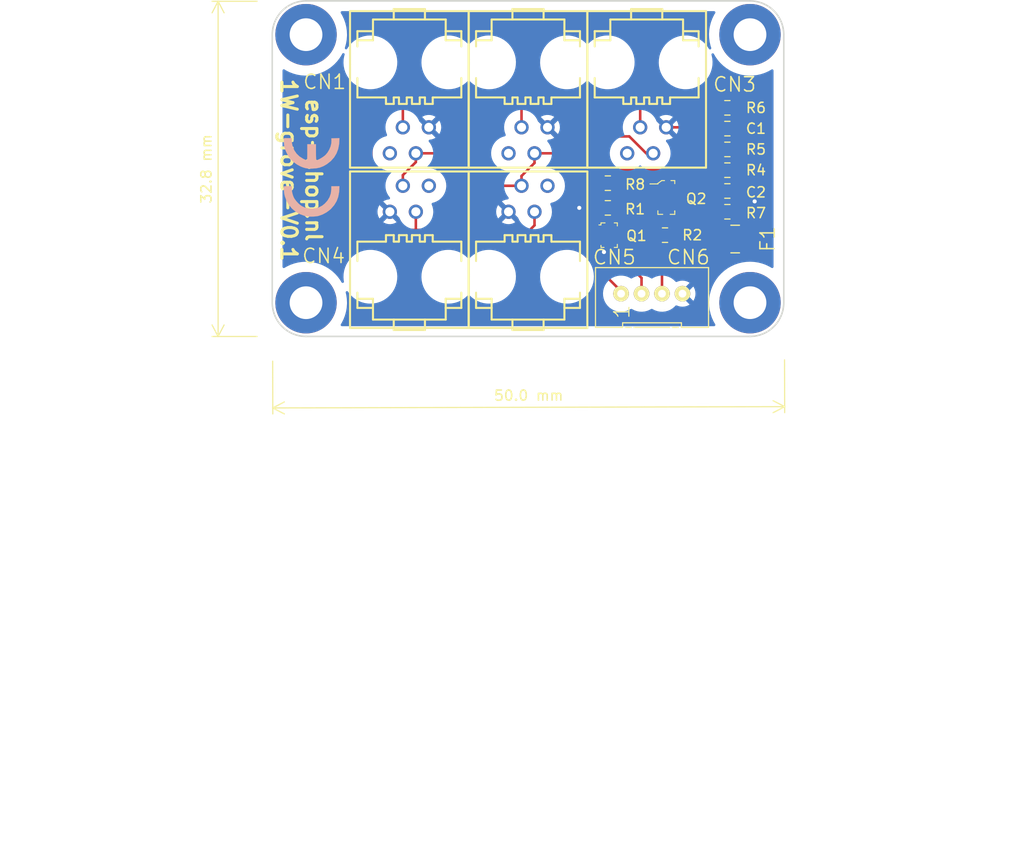
<source format=kicad_pcb>
(kicad_pcb (version 20221018) (generator pcbnew)
  (layers (0 "F.Cu" signal) (31 "B.Cu" signal) (34 "B.Paste" user) (35 "F.Paste" user) (36 "B.SilkS" user "B.Silkscreen") (37 "F.SilkS" user "F.Silkscreen") (38 "B.Mask" user) (39 "F.Mask" user) (44 "Edge.Cuts" user))
  (net 0 "")
  (net 5 "Net-(Q1-Pad3)")
  (net 6 "Net-(C1-Pad1)")
  (net 7 "Net-(C2-Pad1)")
  (net 11 "Net-(F1-Pad2)")
  (net 14 "Net-(CN2-Pad2)")
  (net 15 "Net-(CN2-Pad3)")
  (net 16 "Net-(C1-Pad2)")
  (net 17 "Net-(R4-Pad1)")
  (net 18 "Net-(Q1-Pad1)")
  (net 19 "Net-(Q2-Pad2)")
  (footprint "1w-esp32-v0.4:schroef_3.5mm" (layer "F.Cu") (at 53.3 53.3)
    (fp_text reference "U4" hide)
    (fp_text value "schroef_3.5mm" hide)
    (pad "1" thru_hole circle (at 0 0) (size 6 6) (drill 3.2) (layers "*.Cu" "*.Mask"))
  )
  (footprint "1w-esp32-v0.4:schroef_3.5mm" (layer "F.Cu") (at 53.3 79.502)
    (fp_text reference "U6" hide)
    (fp_text value "schroef_3.5mm" hide)
    (pad "1" thru_hole circle (at 0 0) (size 6 6) (drill 3.2) (layers "*.Cu" "*.Mask"))
  )
  (footprint "1w-esp32-v0.4:schroef_3.5mm" (layer "F.Cu") (at 86.75 53.3)
    (fp_text reference "U10" hide)
    (fp_text value "schroef_3.5mm" hide)
    (pad "1" thru_hole circle (at 9.95 0) (size 6 6) (drill 3.2) (layers "*.Cu" "*.Mask"))
  )
  (footprint "1w-esp32-v0.4:schroef_3.5mm" (layer "F.Cu") (at 96.774 92.858548)
    (fp_text reference "U11" hide)
    (fp_text value "schroef_3.5mm" hide)
    (pad "1" thru_hole circle (at -0.074 -13.358548) (size 6 6) (drill 3.2) (layers "*.Cu" "*.Mask"))
  )
  (footprint "1wire-v0.4:C_0805_2012Metric" (layer "F.Cu") (at 94.488 62.484 180)
    (fp_text reference "C1" (at -2.794 0) (layer "F.SilkS"))
    (fp_text value "100pF")
    (fp_line (start -0.258578 -0.71) (end 0.258578 -0.71) (stroke (width 0.12)) (layer "F.SilkS"))
    (fp_line (start -0.258578 0.71) (end 0.258578 0.71) (stroke (width 0.12)) (layer "F.SilkS"))
    (pad "1" smd roundrect (at -0.9375 0 180) (size 0.975 1.4) (layers "F.Cu" "F.Paste" "F.Mask") (net 6 "Net-(C1-Pad1)"))
    (pad "2" smd roundrect (at 0.9375 0 180) (size 0.975 1.4) (layers "F.Cu" "F.Paste" "F.Mask") (net 16 "Net-(C1-Pad2)"))
  )
  (footprint "1wire-v0.4:C_0805_2012Metric" (layer "F.Cu") (at 94.488 68.58)
    (fp_text reference "C2" (at 2.794 0.127) (layer "F.SilkS"))
    (fp_text value "100nF")
    (fp_line (start -0.258578 -0.71) (end 0.258578 -0.71) (stroke (width 0.12)) (layer "F.SilkS"))
    (fp_line (start -0.258578 0.71) (end 0.258578 0.71) (stroke (width 0.12)) (layer "F.SilkS"))
    (pad "1" smd roundrect (at -0.9375 0) (size 0.975 1.4) (layers "F.Cu" "F.Paste" "F.Mask") (net 7 "Net-(C2-Pad1)"))
    (pad "2" smd roundrect (at 0.9375 0) (size 0.975 1.4) (layers "F.Cu" "F.Paste" "F.Mask") (net 16 "Net-(C1-Pad2)"))
  )
  (footprint "1wire-v0.4:SOT-323" (layer "F.Cu") (at 82.931 72.898)
    (fp_text reference "Q1" (at 2.667 0.066) (layer "F.SilkS"))
    (fp_text value "BSS138BKW")
    (fp_line (start -0.8 -1.2) (end -0.8 -1) (stroke (width 0.1)) (layer "F.SilkS"))
    (fp_line (start -0.8 -1) (end -1 -1) (stroke (width 0.1)) (layer "F.SilkS"))
    (fp_line (start -0.8 1) (end -0.8 1.2) (stroke (width 0.1)) (layer "F.SilkS"))
    (fp_line (start -0.8 1.2) (end -0.5 1.2) (stroke (width 0.1)) (layer "F.SilkS"))
    (fp_line (start -0.4 -1.2) (end -0.8 -1.2) (stroke (width 0.1)) (layer "F.SilkS"))
    (fp_line (start 0.5 -1.2) (end 0.8 -1.2) (stroke (width 0.1)) (layer "F.SilkS"))
    (fp_line (start 0.5 1.2) (end 0.8 1.2) (stroke (width 0.1)) (layer "F.SilkS"))
    (fp_line (start 0.8 -1.2) (end 0.8 -0.9) (stroke (width 0.1)) (layer "F.SilkS"))
    (fp_line (start 0.8 1.2) (end 0.8 0.9) (stroke (width 0.1)) (layer "F.SilkS"))
    (pad "1" smd rect (at -0.925 -0.65) (size 0.55 0.6) (layers "F.Cu" "F.Paste" "F.Mask") (net 18 "Net-(Q1-Pad1)"))
    (pad "2" smd rect (at -0.925 0.65) (size 0.55 0.6) (layers "F.Cu" "F.Paste" "F.Mask") (net 16 "Net-(C1-Pad2)"))
    (pad "3" smd rect (at 0.925 0) (size 0.55 0.6) (layers "F.Cu" "F.Paste" "F.Mask") (net 5 "Net-(Q1-Pad3)"))
  )
  (footprint "1wire-v0.4:SOT-23-3" (layer "F.Cu") (at 88.519 69.215)
    (fp_text reference "Q2" (at 2.921 0.127) (layer "F.SilkS"))
    (fp_text value "NX2301P")
    (fp_line (start -0.825 -1.375) (end -0.825 -1.325) (stroke (width 0.1)) (layer "F.SilkS"))
    (fp_line (start -0.825 -1.325) (end -1.6 -1.325) (stroke (width 0.1)) (layer "F.SilkS"))
    (fp_line (start -0.825 1.65) (end -0.825 1.3) (stroke (width 0.1)) (layer "F.SilkS"))
    (fp_line (start -0.45 -1.65) (end -0.825 -1.375) (stroke (width 0.1)) (layer "F.SilkS"))
    (fp_line (start -0.35 1.65) (end -0.825 1.65) (stroke (width 0.1)) (layer "F.SilkS"))
    (fp_line (start -0.175 -1.65) (end -0.45 -1.65) (stroke (width 0.1)) (layer "F.SilkS"))
    (fp_line (start 0.45 -1.65) (end 0.825 -1.65) (stroke (width 0.1)) (layer "F.SilkS"))
    (fp_line (start 0.825 -1.65) (end 0.825 -1.35) (stroke (width 0.1)) (layer "F.SilkS"))
    (fp_line (start 0.825 1.35) (end 0.825 1.65) (stroke (width 0.1)) (layer "F.SilkS"))
    (fp_line (start 0.825 1.425) (end 0.825 1.3) (stroke (width 0.1)) (layer "F.SilkS"))
    (fp_line (start 0.825 1.65) (end 0.375 1.65) (stroke (width 0.1)) (layer "F.SilkS"))
    (pad "1" smd rect (at -1.05 -0.95) (size 1.3 0.6) (layers "F.Cu" "F.Paste" "F.Mask") (net 5 "Net-(Q1-Pad3)"))
    (pad "2" smd rect (at -1.05 0.95) (size 1.3 0.6) (layers "F.Cu" "F.Paste" "F.Mask") (net 19 "Net-(Q2-Pad2)"))
    (pad "3" smd rect (at 1.05 0) (size 1.3 0.6) (layers "F.Cu" "F.Paste" "F.Mask") (net 11 "Net-(F1-Pad2)"))
  )
  (footprint "1wire-v0.4:R_0805_2012Metric" (layer "F.Cu") (at 82.804 70.231)
    (fp_text reference "R1" (at 2.667 0.127) (layer "F.SilkS"))
    (fp_text value "10k")
    (fp_line (start -0.258578 -0.71) (end 0.258578 -0.71) (stroke (width 0.12)) (layer "F.SilkS"))
    (fp_line (start -0.258578 0.71) (end 0.258578 0.71) (stroke (width 0.12)) (layer "F.SilkS"))
    (pad "1" smd roundrect (at -0.9375 0) (size 0.975 1.4) (layers "F.Cu" "F.Paste" "F.Mask") (net 16 "Net-(C1-Pad2)"))
    (pad "2" smd roundrect (at 0.9375 0) (size 0.975 1.4) (layers "F.Cu" "F.Paste" "F.Mask") (net 18 "Net-(Q1-Pad1)"))
  )
  (footprint "1wire-v0.4:R_0805_2012Metric" (layer "F.Cu") (at 88.392 72.898)
    (fp_text reference "R2" (at 2.667 0) (layer "F.SilkS"))
    (fp_text value "10k")
    (fp_line (start -0.258578 -0.71) (end 0.258578 -0.71) (stroke (width 0.12)) (layer "F.SilkS"))
    (fp_line (start -0.258578 0.71) (end 0.258578 0.71) (stroke (width 0.12)) (layer "F.SilkS"))
    (pad "1" smd roundrect (at -0.9375 0) (size 0.975 1.4) (layers "F.Cu" "F.Paste" "F.Mask") (net 5 "Net-(Q1-Pad3)"))
    (pad "2" smd roundrect (at 0.9375 0) (size 0.975 1.4) (layers "F.Cu" "F.Paste" "F.Mask") (net 19 "Net-(Q2-Pad2)"))
  )
  (footprint "1wire-v0.4:R_0805_2012Metric" (layer "F.Cu") (at 94.488 66.548)
    (fp_text reference "R4" (at 2.794 0) (layer "F.SilkS"))
    (fp_text value "5.6k")
    (fp_line (start -0.258578 -0.71) (end 0.258578 -0.71) (stroke (width 0.12)) (layer "F.SilkS"))
    (fp_line (start -0.258578 0.71) (end 0.258578 0.71) (stroke (width 0.12)) (layer "F.SilkS"))
    (pad "1" smd roundrect (at -0.9375 0) (size 0.975 1.4) (layers "F.Cu" "F.Paste" "F.Mask") (net 17 "Net-(R4-Pad1)"))
    (pad "2" smd roundrect (at 0.9375 0) (size 0.975 1.4) (layers "F.Cu" "F.Paste" "F.Mask") (net 11 "Net-(F1-Pad2)"))
  )
  (footprint "1wire-v0.4:R_0805_2012Metric" (layer "F.Cu") (at 94.488 64.516)
    (fp_text reference "R5" (at 2.794 0) (layer "F.SilkS"))
    (fp_text value "22R")
    (fp_line (start -0.258578 -0.71) (end 0.258578 -0.71) (stroke (width 0.12)) (layer "F.SilkS"))
    (fp_line (start -0.258578 0.71) (end 0.258578 0.71) (stroke (width 0.12)) (layer "F.SilkS"))
    (pad "1" smd roundrect (at -0.9375 0) (size 0.975 1.4) (layers "F.Cu" "F.Paste" "F.Mask") (net 17 "Net-(R4-Pad1)"))
    (pad "2" smd roundrect (at 0.9375 0) (size 0.975 1.4) (layers "F.Cu" "F.Paste" "F.Mask") (net 6 "Net-(C1-Pad1)"))
  )
  (footprint "1wire-v0.4:R_0805_2012Metric" (layer "F.Cu") (at 94.488 60.452 180)
    (fp_text reference "R6" (at -2.794 0) (layer "F.SilkS"))
    (fp_text value "22R")
    (fp_line (start -0.258578 -0.71) (end 0.258578 -0.71) (stroke (width 0.12)) (layer "F.SilkS"))
    (fp_line (start -0.258578 0.71) (end 0.258578 0.71) (stroke (width 0.12)) (layer "F.SilkS"))
    (pad "1" smd roundrect (at -0.9375 0 180) (size 0.975 1.4) (layers "F.Cu" "F.Paste" "F.Mask") (net 6 "Net-(C1-Pad1)"))
    (pad "2" smd roundrect (at 0.9375 0 180) (size 0.975 1.4) (layers "F.Cu" "F.Paste" "F.Mask") (net 15 "Net-(CN2-Pad3)"))
  )
  (footprint "1wire-v0.4:R_0805_2012Metric" (layer "F.Cu") (at 82.804 67.818 180)
    (fp_text reference "R8" (at -2.667 -0.127) (layer "F.SilkS"))
    (fp_text value "22R")
    (fp_line (start -0.258578 -0.71) (end 0.258578 -0.71) (stroke (width 0.12)) (layer "F.SilkS"))
    (fp_line (start -0.258578 0.71) (end 0.258578 0.71) (stroke (width 0.12)) (layer "F.SilkS"))
    (pad "1" smd roundrect (at -0.9375 0 180) (size 0.975 1.4) (layers "F.Cu" "F.Paste" "F.Mask") (net 7 "Net-(C2-Pad1)"))
    (pad "2" smd roundrect (at 0.9375 0 180) (size 0.975 1.4) (layers "F.Cu" "F.Paste" "F.Mask") (net 14 "Net-(CN2-Pad2)"))
  )
  (footprint "1w-esp32-v0.4:rj10-v2" (layer "F.Cu") (at 75 56.896 180)
    (fp_text reference "CN2" hide)
    (fp_text value "RJ10")
    (fp_line (start -5.8 -9.4) (end -5.8 5.9) (stroke (width 0.2032)) (layer "F.SilkS"))
    (fp_line (start -5.8 5.9) (end 5.8 5.9) (stroke (width 0.2032)) (layer "F.SilkS"))
    (fp_line (start -5.08 -2.54) (end -5.08 -0.65) (stroke (width 0.2032)) (layer "F.SilkS"))
    (fp_line (start -5.08 2.45) (end -5.08 3.048) (stroke (width 0.2032)) (layer "F.SilkS"))
    (fp_line (start -5.08 3.048) (end -5.08 3.937) (stroke (width 0.2032)) (layer "F.SilkS"))
    (fp_line (start -5.08 3.048) (end -3.556 3.048) (stroke (width 0.2032)) (layer "F.SilkS"))
    (fp_line (start -5.08 3.937) (end -3.556 3.937) (stroke (width 0.2032)) (layer "F.SilkS"))
    (fp_line (start -3.556 3.048) (end -3.556 3.937) (stroke (width 0.2032)) (layer "F.SilkS"))
    (fp_line (start -3.556 3.937) (end -3.556 5.08) (stroke (width 0.2032)) (layer "F.SilkS"))
    (fp_line (start -3.556 5.08) (end -1.524 5.08) (stroke (width 0.2032)) (layer "F.SilkS"))
    (fp_line (start -2.286 -3.175) (end -2.286 -2.54) (stroke (width 0.2032)) (layer "F.SilkS"))
    (fp_line (start -2.286 -3.175) (end -1.524 -3.175) (stroke (width 0.2032)) (layer "F.SilkS"))
    (fp_line (start -2.286 -2.54) (end -5.08 -2.54) (stroke (width 0.2032)) (layer "F.SilkS"))
    (fp_line (start -1.524 -3.175) (end -1.524 -2.54) (stroke (width 0.2032)) (layer "F.SilkS"))
    (fp_line (start -1.524 5.08) (end -1.524 6.096) (stroke (width 0.2032)) (layer "F.SilkS"))
    (fp_line (start -1.524 5.08) (end 1.524 5.08) (stroke (width 0.2032)) (layer "F.SilkS"))
    (fp_line (start -1.524 6.096) (end 1.524 6.096) (stroke (width 0.2032)) (layer "F.SilkS"))
    (fp_line (start -1.016 -3.175) (end -1.016 -2.54) (stroke (width 0.2032)) (layer "F.SilkS"))
    (fp_line (start -1.016 -3.175) (end -0.254 -3.175) (stroke (width 0.2032)) (layer "F.SilkS"))
    (fp_line (start -1.016 -2.54) (end -1.524 -2.54) (stroke (width 0.2032)) (layer "F.SilkS"))
    (fp_line (start -0.254 -3.175) (end -0.254 -2.54) (stroke (width 0.2032)) (layer "F.SilkS"))
    (fp_line (start 0.254 -3.175) (end 0.254 -2.54) (stroke (width 0.2032)) (layer "F.SilkS"))
    (fp_line (start 0.254 -3.175) (end 1.016 -3.175) (stroke (width 0.2032)) (layer "F.SilkS"))
    (fp_line (start 0.254 -2.54) (end -0.254 -2.54) (stroke (width 0.2032)) (layer "F.SilkS"))
    (fp_line (start 1.016 -3.175) (end 1.016 -2.54) (stroke (width 0.2032)) (layer "F.SilkS"))
    (fp_line (start 1.524 -3.175) (end 1.524 -2.54) (stroke (width 0.2032)) (layer "F.SilkS"))
    (fp_line (start 1.524 -3.175) (end 2.286 -3.175) (stroke (width 0.2032)) (layer "F.SilkS"))
    (fp_line (start 1.524 -2.54) (end 1.016 -2.54) (stroke (width 0.2032)) (layer "F.SilkS"))
    (fp_line (start 1.524 5.08) (end 3.556 5.08) (stroke (width 0.2032)) (layer "F.SilkS"))
    (fp_line (start 1.524 6.096) (end 1.524 5.08) (stroke (width 0.2032)) (layer "F.SilkS"))
    (fp_line (start 2.286 -3.175) (end 2.286 -2.54) (stroke (width 0.2032)) (layer "F.SilkS"))
    (fp_line (start 3.556 3.048) (end 3.556 3.937) (stroke (width 0.2032)) (layer "F.SilkS"))
    (fp_line (start 3.556 3.937) (end 3.556 5.08) (stroke (width 0.2032)) (layer "F.SilkS"))
    (fp_line (start 5.08 -2.54) (end 2.286 -2.54) (stroke (width 0.2032)) (layer "F.SilkS"))
    (fp_line (start 5.08 -0.65) (end 5.08 -2.54) (stroke (width 0.2032)) (layer "F.SilkS"))
    (fp_line (start 5.08 3.048) (end 3.556 3.048) (stroke (width 0.2032)) (layer "F.SilkS"))
    (fp_line (start 5.08 3.048) (end 5.08 2.45) (stroke (width 0.2032)) (layer "F.SilkS"))
    (fp_line (start 5.08 3.937) (end 3.556 3.937) (stroke (width 0.2032)) (layer "F.SilkS"))
    (fp_line (start 5.08 3.937) (end 5.08 3.048) (stroke (width 0.2032)) (layer "F.SilkS"))
    (fp_line (start 5.8 -9.4) (end -5.8 -9.4) (stroke (width 0.2032)) (layer "F.SilkS"))
    (fp_line (start 5.8 5.9) (end 5.8 -9.4) (stroke (width 0.2032)) (layer "F.SilkS"))
    (pad "" np_thru_hole circle (at -3.81 0.889 180) (size 3.2512 3.2512) (drill 3.2512) (layers "*.Cu" "*.Mask"))
    (pad "" np_thru_hole circle (at 3.81 0.889 180) (size 3.2512 3.2512) (drill 3.2512) (layers "*.Cu" "*.Mask"))
    (pad "1" thru_hole circle (at -1.905 -5.461 180) (size 1.397 1.397) (drill 0.889) (layers "*.Cu" "*.Mask") (net 16 "Net-(C1-Pad2)"))
    (pad "2" thru_hole circle (at -0.635 -8.001 180) (size 1.397 1.397) (drill 0.889) (layers "*.Cu" "*.Mask") (net 14 "Net-(CN2-Pad2)"))
    (pad "3" thru_hole circle (at 0.635 -5.461 180) (size 1.397 1.397) (drill 0.889) (layers "*.Cu" "*.Mask") (net 15 "Net-(CN2-Pad3)"))
    (pad "4" thru_hole circle (at 1.905 -8.001 180) (size 1.397 1.397) (drill 0.889) (layers "*.Cu" "*.Mask"))
  )
  (footprint "1w-esp32-v0.4:rj10-v2" (layer "F.Cu") (at 86.6 56.896 180)
    (fp_text reference "CN3" (at -8.597 -1.27) (layer "F.SilkS") (effects (font (size 1.40122 1.40122))))
    (fp_text value "RJ10")
    (fp_line (start -5.8 -9.4) (end -5.8 5.9) (stroke (width 0.2032)) (layer "F.SilkS"))
    (fp_line (start -5.8 5.9) (end 5.8 5.9) (stroke (width 0.2032)) (layer "F.SilkS"))
    (fp_line (start -5.08 -2.54) (end -5.08 -0.65) (stroke (width 0.2032)) (layer "F.SilkS"))
    (fp_line (start -5.08 2.45) (end -5.08 3.048) (stroke (width 0.2032)) (layer "F.SilkS"))
    (fp_line (start -5.08 3.048) (end -5.08 3.937) (stroke (width 0.2032)) (layer "F.SilkS"))
    (fp_line (start -5.08 3.048) (end -3.556 3.048) (stroke (width 0.2032)) (layer "F.SilkS"))
    (fp_line (start -5.08 3.937) (end -3.556 3.937) (stroke (width 0.2032)) (layer "F.SilkS"))
    (fp_line (start -3.556 3.048) (end -3.556 3.937) (stroke (width 0.2032)) (layer "F.SilkS"))
    (fp_line (start -3.556 3.937) (end -3.556 5.08) (stroke (width 0.2032)) (layer "F.SilkS"))
    (fp_line (start -3.556 5.08) (end -1.524 5.08) (stroke (width 0.2032)) (layer "F.SilkS"))
    (fp_line (start -2.286 -3.175) (end -2.286 -2.54) (stroke (width 0.2032)) (layer "F.SilkS"))
    (fp_line (start -2.286 -3.175) (end -1.524 -3.175) (stroke (width 0.2032)) (layer "F.SilkS"))
    (fp_line (start -2.286 -2.54) (end -5.08 -2.54) (stroke (width 0.2032)) (layer "F.SilkS"))
    (fp_line (start -1.524 -3.175) (end -1.524 -2.54) (stroke (width 0.2032)) (layer "F.SilkS"))
    (fp_line (start -1.524 5.08) (end -1.524 6.096) (stroke (width 0.2032)) (layer "F.SilkS"))
    (fp_line (start -1.524 5.08) (end 1.524 5.08) (stroke (width 0.2032)) (layer "F.SilkS"))
    (fp_line (start -1.524 6.096) (end 1.524 6.096) (stroke (width 0.2032)) (layer "F.SilkS"))
    (fp_line (start -1.016 -3.175) (end -1.016 -2.54) (stroke (width 0.2032)) (layer "F.SilkS"))
    (fp_line (start -1.016 -3.175) (end -0.254 -3.175) (stroke (width 0.2032)) (layer "F.SilkS"))
    (fp_line (start -1.016 -2.54) (end -1.524 -2.54) (stroke (width 0.2032)) (layer "F.SilkS"))
    (fp_line (start -0.254 -3.175) (end -0.254 -2.54) (stroke (width 0.2032)) (layer "F.SilkS"))
    (fp_line (start 0.254 -3.175) (end 0.254 -2.54) (stroke (width 0.2032)) (layer "F.SilkS"))
    (fp_line (start 0.254 -3.175) (end 1.016 -3.175) (stroke (width 0.2032)) (layer "F.SilkS"))
    (fp_line (start 0.254 -2.54) (end -0.254 -2.54) (stroke (width 0.2032)) (layer "F.SilkS"))
    (fp_line (start 1.016 -3.175) (end 1.016 -2.54) (stroke (width 0.2032)) (layer "F.SilkS"))
    (fp_line (start 1.524 -3.175) (end 1.524 -2.54) (stroke (width 0.2032)) (layer "F.SilkS"))
    (fp_line (start 1.524 -3.175) (end 2.286 -3.175) (stroke (width 0.2032)) (layer "F.SilkS"))
    (fp_line (start 1.524 -2.54) (end 1.016 -2.54) (stroke (width 0.2032)) (layer "F.SilkS"))
    (fp_line (start 1.524 5.08) (end 3.556 5.08) (stroke (width 0.2032)) (layer "F.SilkS"))
    (fp_line (start 1.524 6.096) (end 1.524 5.08) (stroke (width 0.2032)) (layer "F.SilkS"))
    (fp_line (start 2.286 -3.175) (end 2.286 -2.54) (stroke (width 0.2032)) (layer "F.SilkS"))
    (fp_line (start 3.556 3.048) (end 3.556 3.937) (stroke (width 0.2032)) (layer "F.SilkS"))
    (fp_line (start 3.556 3.937) (end 3.556 5.08) (stroke (width 0.2032)) (layer "F.SilkS"))
    (fp_line (start 5.08 -2.54) (end 2.286 -2.54) (stroke (width 0.2032)) (layer "F.SilkS"))
    (fp_line (start 5.08 -0.65) (end 5.08 -2.54) (stroke (width 0.2032)) (layer "F.SilkS"))
    (fp_line (start 5.08 3.048) (end 3.556 3.048) (stroke (width 0.2032)) (layer "F.SilkS"))
    (fp_line (start 5.08 3.048) (end 5.08 2.45) (stroke (width 0.2032)) (layer "F.SilkS"))
    (fp_line (start 5.08 3.937) (end 3.556 3.937) (stroke (width 0.2032)) (layer "F.SilkS"))
    (fp_line (start 5.08 3.937) (end 5.08 3.048) (stroke (width 0.2032)) (layer "F.SilkS"))
    (fp_line (start 5.8 -9.4) (end -5.8 -9.4) (stroke (width 0.2032)) (layer "F.SilkS"))
    (fp_line (start 5.8 5.9) (end 5.8 -9.4) (stroke (width 0.2032)) (layer "F.SilkS"))
    (pad "" np_thru_hole circle (at -3.81 0.889 180) (size 3.2512 3.2512) (drill 3.2512) (layers "*.Cu" "*.Mask"))
    (pad "" np_thru_hole circle (at 3.81 0.889 180) (size 3.2512 3.2512) (drill 3.2512) (layers "*.Cu" "*.Mask"))
    (pad "1" thru_hole circle (at -1.905 -5.461 180) (size 1.397 1.397) (drill 0.889) (layers "*.Cu" "*.Mask") (net 16 "Net-(C1-Pad2)"))
    (pad "2" thru_hole circle (at -0.635 -8.001 180) (size 1.397 1.397) (drill 0.889) (layers "*.Cu" "*.Mask") (net 14 "Net-(CN2-Pad2)"))
    (pad "3" thru_hole circle (at 0.635 -5.461 180) (size 1.397 1.397) (drill 0.889) (layers "*.Cu" "*.Mask") (net 15 "Net-(CN2-Pad3)"))
    (pad "4" thru_hole circle (at 1.905 -8.001 180) (size 1.397 1.397) (drill 0.889) (layers "*.Cu" "*.Mask"))
  )
  (footprint "1w-esp32-v0.4:rj10-v2" (layer "F.Cu") (at 63.4 76.074)
    (fp_text reference "CN4" (at -8.382 -1.144) (layer "F.SilkS") (effects (font (size 1.40122 1.40122))))
    (fp_text value "RJ10")
    (fp_line (start -5.8 -9.4) (end -5.8 5.9) (stroke (width 0.2032)) (layer "F.SilkS"))
    (fp_line (start -5.8 5.9) (end 5.8 5.9) (stroke (width 0.2032)) (layer "F.SilkS"))
    (fp_line (start -5.08 -2.54) (end -5.08 -0.65) (stroke (width 0.2032)) (layer "F.SilkS"))
    (fp_line (start -5.08 2.45) (end -5.08 3.048) (stroke (width 0.2032)) (layer "F.SilkS"))
    (fp_line (start -5.08 3.048) (end -5.08 3.937) (stroke (width 0.2032)) (layer "F.SilkS"))
    (fp_line (start -5.08 3.048) (end -3.556 3.048) (stroke (width 0.2032)) (layer "F.SilkS"))
    (fp_line (start -5.08 3.937) (end -3.556 3.937) (stroke (width 0.2032)) (layer "F.SilkS"))
    (fp_line (start -3.556 3.048) (end -3.556 3.937) (stroke (width 0.2032)) (layer "F.SilkS"))
    (fp_line (start -3.556 3.937) (end -3.556 5.08) (stroke (width 0.2032)) (layer "F.SilkS"))
    (fp_line (start -3.556 5.08) (end -1.524 5.08) (stroke (width 0.2032)) (layer "F.SilkS"))
    (fp_line (start -2.286 -3.175) (end -2.286 -2.54) (stroke (width 0.2032)) (layer "F.SilkS"))
    (fp_line (start -2.286 -3.175) (end -1.524 -3.175) (stroke (width 0.2032)) (layer "F.SilkS"))
    (fp_line (start -2.286 -2.54) (end -5.08 -2.54) (stroke (width 0.2032)) (layer "F.SilkS"))
    (fp_line (start -1.524 -3.175) (end -1.524 -2.54) (stroke (width 0.2032)) (layer "F.SilkS"))
    (fp_line (start -1.524 5.08) (end -1.524 6.096) (stroke (width 0.2032)) (layer "F.SilkS"))
    (fp_line (start -1.524 5.08) (end 1.524 5.08) (stroke (width 0.2032)) (layer "F.SilkS"))
    (fp_line (start -1.524 6.096) (end 1.524 6.096) (stroke (width 0.2032)) (layer "F.SilkS"))
    (fp_line (start -1.016 -3.175) (end -1.016 -2.54) (stroke (width 0.2032)) (layer "F.SilkS"))
    (fp_line (start -1.016 -3.175) (end -0.254 -3.175) (stroke (width 0.2032)) (layer "F.SilkS"))
    (fp_line (start -1.016 -2.54) (end -1.524 -2.54) (stroke (width 0.2032)) (layer "F.SilkS"))
    (fp_line (start -0.254 -3.175) (end -0.254 -2.54) (stroke (width 0.2032)) (layer "F.SilkS"))
    (fp_line (start 0.254 -3.175) (end 0.254 -2.54) (stroke (width 0.2032)) (layer "F.SilkS"))
    (fp_line (start 0.254 -3.175) (end 1.016 -3.175) (stroke (width 0.2032)) (layer "F.SilkS"))
    (fp_line (start 0.254 -2.54) (end -0.254 -2.54) (stroke (width 0.2032)) (layer "F.SilkS"))
    (fp_line (start 1.016 -3.175) (end 1.016 -2.54) (stroke (width 0.2032)) (layer "F.SilkS"))
    (fp_line (start 1.524 -3.175) (end 1.524 -2.54) (stroke (width 0.2032)) (layer "F.SilkS"))
    (fp_line (start 1.524 -3.175) (end 2.286 -3.175) (stroke (width 0.2032)) (layer "F.SilkS"))
    (fp_line (start 1.524 -2.54) (end 1.016 -2.54) (stroke (width 0.2032)) (layer "F.SilkS"))
    (fp_line (start 1.524 5.08) (end 3.556 5.08) (stroke (width 0.2032)) (layer "F.SilkS"))
    (fp_line (start 1.524 6.096) (end 1.524 5.08) (stroke (width 0.2032)) (layer "F.SilkS"))
    (fp_line (start 2.286 -3.175) (end 2.286 -2.54) (stroke (width 0.2032)) (layer "F.SilkS"))
    (fp_line (start 3.556 3.048) (end 3.556 3.937) (stroke (width 0.2032)) (layer "F.SilkS"))
    (fp_line (start 3.556 3.937) (end 3.556 5.08) (stroke (width 0.2032)) (layer "F.SilkS"))
    (fp_line (start 5.08 -2.54) (end 2.286 -2.54) (stroke (width 0.2032)) (layer "F.SilkS"))
    (fp_line (start 5.08 -0.65) (end 5.08 -2.54) (stroke (width 0.2032)) (layer "F.SilkS"))
    (fp_line (start 5.08 3.048) (end 3.556 3.048) (stroke (width 0.2032)) (layer "F.SilkS"))
    (fp_line (start 5.08 3.048) (end 5.08 2.45) (stroke (width 0.2032)) (layer "F.SilkS"))
    (fp_line (start 5.08 3.937) (end 3.556 3.937) (stroke (width 0.2032)) (layer "F.SilkS"))
    (fp_line (start 5.08 3.937) (end 5.08 3.048) (stroke (width 0.2032)) (layer "F.SilkS"))
    (fp_line (start 5.8 -9.4) (end -5.8 -9.4) (stroke (width 0.2032)) (layer "F.SilkS"))
    (fp_line (start 5.8 5.9) (end 5.8 -9.4) (stroke (width 0.2032)) (layer "F.SilkS"))
    (pad "" np_thru_hole circle (at -3.81 0.889) (size 3.2512 3.2512) (drill 3.2512) (layers "*.Cu" "*.Mask"))
    (pad "" np_thru_hole circle (at 3.81 0.889) (size 3.2512 3.2512) (drill 3.2512) (layers "*.Cu" "*.Mask"))
    (pad "1" thru_hole circle (at -1.905 -5.461) (size 1.397 1.397) (drill 0.889) (layers "*.Cu" "*.Mask") (net 16 "Net-(C1-Pad2)"))
    (pad "2" thru_hole circle (at -0.635 -8.001) (size 1.397 1.397) (drill 0.889) (layers "*.Cu" "*.Mask") (net 14 "Net-(CN2-Pad2)"))
    (pad "3" thru_hole circle (at 0.635 -5.461) (size 1.397 1.397) (drill 0.889) (layers "*.Cu" "*.Mask") (net 15 "Net-(CN2-Pad3)"))
    (pad "4" thru_hole circle (at 1.905 -8.001) (size 1.397 1.397) (drill 0.889) (layers "*.Cu" "*.Mask"))
  )
  (footprint "1wire-v0.4:C1210" (layer "F.Cu") (at 95.25 73.279)
    (fp_text reference "F1" (at 3.175 0 90) (layer "F.SilkS") (effects (font (size 1.4 1.4))))
    (fp_text value "Polyfuse_Small")
    (fp_line (start -0.42 -1.35) (end 0.42 -1.35) (stroke (width 0.127)) (layer "F.SilkS"))
    (fp_line (start -0.42 1.35) (end 0.42 1.35) (stroke (width 0.127)) (layer "F.SilkS"))
    (pad "1" smd rect (at -1.421 0) (size 1.37 2.72) (layers "F.Cu" "F.Paste" "F.Mask") (net 7 "Net-(C2-Pad1)"))
    (pad "2" smd rect (at 1.421 0) (size 1.37 2.72) (layers "F.Cu" "F.Paste" "F.Mask") (net 11 "Net-(F1-Pad2)"))
  )
  (footprint "1w-esp32-v0.4:rj10-v2" (layer "F.Cu") (at 63.4 56.896 180)
    (fp_text reference "CN1" (at 8.282 -1.016 180) (layer "F.SilkS") (effects (font (size 1.40122 1.40122))))
    (fp_text value "RJ10")
    (fp_line (start -5.8 -9.4) (end -5.8 5.9) (stroke (width 0.2032)) (layer "F.SilkS"))
    (fp_line (start -5.8 5.9) (end 5.8 5.9) (stroke (width 0.2032)) (layer "F.SilkS"))
    (fp_line (start -5.08 -2.54) (end -5.08 -0.65) (stroke (width 0.2032)) (layer "F.SilkS"))
    (fp_line (start -5.08 2.45) (end -5.08 3.048) (stroke (width 0.2032)) (layer "F.SilkS"))
    (fp_line (start -5.08 3.048) (end -5.08 3.937) (stroke (width 0.2032)) (layer "F.SilkS"))
    (fp_line (start -5.08 3.048) (end -3.556 3.048) (stroke (width 0.2032)) (layer "F.SilkS"))
    (fp_line (start -5.08 3.937) (end -3.556 3.937) (stroke (width 0.2032)) (layer "F.SilkS"))
    (fp_line (start -3.556 3.048) (end -3.556 3.937) (stroke (width 0.2032)) (layer "F.SilkS"))
    (fp_line (start -3.556 3.937) (end -3.556 5.08) (stroke (width 0.2032)) (layer "F.SilkS"))
    (fp_line (start -3.556 5.08) (end -1.524 5.08) (stroke (width 0.2032)) (layer "F.SilkS"))
    (fp_line (start -2.286 -3.175) (end -2.286 -2.54) (stroke (width 0.2032)) (layer "F.SilkS"))
    (fp_line (start -2.286 -3.175) (end -1.524 -3.175) (stroke (width 0.2032)) (layer "F.SilkS"))
    (fp_line (start -2.286 -2.54) (end -5.08 -2.54) (stroke (width 0.2032)) (layer "F.SilkS"))
    (fp_line (start -1.524 -3.175) (end -1.524 -2.54) (stroke (width 0.2032)) (layer "F.SilkS"))
    (fp_line (start -1.524 5.08) (end -1.524 6.096) (stroke (width 0.2032)) (layer "F.SilkS"))
    (fp_line (start -1.524 5.08) (end 1.524 5.08) (stroke (width 0.2032)) (layer "F.SilkS"))
    (fp_line (start -1.524 6.096) (end 1.524 6.096) (stroke (width 0.2032)) (layer "F.SilkS"))
    (fp_line (start -1.016 -3.175) (end -1.016 -2.54) (stroke (width 0.2032)) (layer "F.SilkS"))
    (fp_line (start -1.016 -3.175) (end -0.254 -3.175) (stroke (width 0.2032)) (layer "F.SilkS"))
    (fp_line (start -1.016 -2.54) (end -1.524 -2.54) (stroke (width 0.2032)) (layer "F.SilkS"))
    (fp_line (start -0.254 -3.175) (end -0.254 -2.54) (stroke (width 0.2032)) (layer "F.SilkS"))
    (fp_line (start 0.254 -3.175) (end 0.254 -2.54) (stroke (width 0.2032)) (layer "F.SilkS"))
    (fp_line (start 0.254 -3.175) (end 1.016 -3.175) (stroke (width 0.2032)) (layer "F.SilkS"))
    (fp_line (start 0.254 -2.54) (end -0.254 -2.54) (stroke (width 0.2032)) (layer "F.SilkS"))
    (fp_line (start 1.016 -3.175) (end 1.016 -2.54) (stroke (width 0.2032)) (layer "F.SilkS"))
    (fp_line (start 1.524 -3.175) (end 1.524 -2.54) (stroke (width 0.2032)) (layer "F.SilkS"))
    (fp_line (start 1.524 -3.175) (end 2.286 -3.175) (stroke (width 0.2032)) (layer "F.SilkS"))
    (fp_line (start 1.524 -2.54) (end 1.016 -2.54) (stroke (width 0.2032)) (layer "F.SilkS"))
    (fp_line (start 1.524 5.08) (end 3.556 5.08) (stroke (width 0.2032)) (layer "F.SilkS"))
    (fp_line (start 1.524 6.096) (end 1.524 5.08) (stroke (width 0.2032)) (layer "F.SilkS"))
    (fp_line (start 2.286 -3.175) (end 2.286 -2.54) (stroke (width 0.2032)) (layer "F.SilkS"))
    (fp_line (start 3.556 3.048) (end 3.556 3.937) (stroke (width 0.2032)) (layer "F.SilkS"))
    (fp_line (start 3.556 3.937) (end 3.556 5.08) (stroke (width 0.2032)) (layer "F.SilkS"))
    (fp_line (start 5.08 -2.54) (end 2.286 -2.54) (stroke (width 0.2032)) (layer "F.SilkS"))
    (fp_line (start 5.08 -0.65) (end 5.08 -2.54) (stroke (width 0.2032)) (layer "F.SilkS"))
    (fp_line (start 5.08 3.048) (end 3.556 3.048) (stroke (width 0.2032)) (layer "F.SilkS"))
    (fp_line (start 5.08 3.048) (end 5.08 2.45) (stroke (width 0.2032)) (layer "F.SilkS"))
    (fp_line (start 5.08 3.937) (end 3.556 3.937) (stroke (width 0.2032)) (layer "F.SilkS"))
    (fp_line (start 5.08 3.937) (end 5.08 3.048) (stroke (width 0.2032)) (layer "F.SilkS"))
    (fp_line (start 5.8 -9.4) (end -5.8 -9.4) (stroke (width 0.2032)) (layer "F.SilkS"))
    (fp_line (start 5.8 5.9) (end 5.8 -9.4) (stroke (width 0.2032)) (layer "F.SilkS"))
    (pad "" np_thru_hole circle (at -3.81 0.889 180) (size 3.2512 3.2512) (drill 3.2512) (layers "*.Cu" "*.Mask"))
    (pad "" np_thru_hole circle (at 3.81 0.889 180) (size 3.2512 3.2512) (drill 3.2512) (layers "*.Cu" "*.Mask"))
    (pad "1" thru_hole circle (at -1.905 -5.461 180) (size 1.397 1.397) (drill 0.889) (layers "*.Cu" "*.Mask") (net 16 "Net-(C1-Pad2)"))
    (pad "2" thru_hole circle (at -0.635 -8.001 180) (size 1.397 1.397) (drill 0.889) (layers "*.Cu" "*.Mask") (net 14 "Net-(CN2-Pad2)"))
    (pad "3" thru_hole circle (at 0.635 -5.461 180) (size 1.397 1.397) (drill 0.889) (layers "*.Cu" "*.Mask") (net 15 "Net-(CN2-Pad3)"))
    (pad "4" thru_hole circle (at 1.905 -8.001 180) (size 1.397 1.397) (drill 0.889) (layers "*.Cu" "*.Mask"))
  )
  (footprint "grove:grove-v0.1" (layer "F.Cu") (at 84.097 78.619 90)
    (fp_text reference "CN6" (at 3.562 6.581 180) (layer "F.SilkS") (effects (font (size 1.4 1.4))))
    (fp_text value "grove")
    (fp_text user "1" (at -1.775 0.075 90) (layer "F.SilkS") (effects (font (size 1.5 1.5) (thickness 0.12))))
    (fp_line (start -3.3 -2.5) (end -3.3 0.15) (stroke (width 0.12)) (layer "F.SilkS"))
    (fp_line (start -3.3 -2.5) (end 2.55 -2.5) (stroke (width 0.12)) (layer "F.SilkS"))
    (fp_line (start -3.3 0.4) (end -3.3 1) (stroke (width 0.12)) (layer "F.SilkS"))
    (fp_line (start -3.3 1.25) (end -3.3 4.75) (stroke (width 0.12)) (layer "F.SilkS"))
    (fp_line (start -3.3 5) (end -3.3 5.6) (stroke (width 0.12)) (layer "F.SilkS"))
    (fp_line (start -3.3 5.9) (end -3.3 8.55) (stroke (width 0.12)) (layer "F.SilkS"))
    (fp_line (start -3.3 8.55) (end 2.55 8.55) (stroke (width 0.12)) (layer "F.SilkS"))
    (fp_line (start -2.85 0.15) (end -3.3 0.15) (stroke (width 0.12)) (layer "F.SilkS"))
    (fp_line (start -2.85 0.15) (end -2.85 5.9) (stroke (width 0.12)) (layer "F.SilkS"))
    (fp_line (start -2.85 5.9) (end -3.3 5.9) (stroke (width 0.12)) (layer "F.SilkS"))
    (fp_line (start 2.55 -2.5) (end 2.55 8.55) (stroke (width 0.12)) (layer "F.SilkS"))
    (pad "1" thru_hole circle (at 0 0 90) (size 1.524 1.524) (drill 0.762) (layers "*.Cu" "*.Mask" "F.SilkS") (net 17 "Net-(R4-Pad1)"))
    (pad "2" thru_hole circle (at 0 2 90) (size 1.524 1.524) (drill 0.762) (layers "*.Cu" "*.Mask" "F.SilkS") (net 18 "Net-(Q1-Pad1)"))
    (pad "3" thru_hole circle (at 0 4 90) (size 1.524 1.524) (drill 0.762) (layers "*.Cu" "*.Mask" "F.SilkS") (net 19 "Net-(Q2-Pad2)"))
    (pad "4" thru_hole circle (at 0 6 90) (size 1.524 1.524) (drill 0.762) (layers "*.Cu" "*.Mask" "F.SilkS") (net 16 "Net-(C1-Pad2)"))
  )
  (footprint "1wire-v0.4:R_0805_2012Metric" (layer "F.Cu") (at 94.488 70.612 180)
    (fp_text reference "R7" (at -2.794 -0.127) (layer "F.SilkS"))
    (fp_text value "10k")
    (fp_line (start -0.258578 -0.71) (end 0.258578 -0.71) (stroke (width 0.12)) (layer "F.SilkS"))
    (fp_line (start -0.258578 0.71) (end 0.258578 0.71) (stroke (width 0.12)) (layer "F.SilkS"))
    (pad "1" smd roundrect (at -0.9375 0 180) (size 0.975 1.4) (layers "F.Cu" "F.Paste" "F.Mask") (net 16 "Net-(C1-Pad2)"))
    (pad "2" smd roundrect (at 0.9375 0 180) (size 0.975 1.4) (layers "F.Cu" "F.Paste" "F.Mask") (net 7 "Net-(C2-Pad1)"))
  )
  (footprint "1w-esp32-v0.4:rj10-v2" (layer "F.Cu") (at 75 76.074)
    (fp_text reference "CN5" (at 8.439 -1.017) (layer "F.SilkS") (effects (font (size 1.40122 1.40122))))
    (fp_text value "RJ10")
    (fp_line (start -5.8 -9.4) (end -5.8 5.9) (stroke (width 0.2032)) (layer "F.SilkS"))
    (fp_line (start -5.8 5.9) (end 5.8 5.9) (stroke (width 0.2032)) (layer "F.SilkS"))
    (fp_line (start -5.08 -2.54) (end -5.08 -0.65) (stroke (width 0.2032)) (layer "F.SilkS"))
    (fp_line (start -5.08 2.45) (end -5.08 3.048) (stroke (width 0.2032)) (layer "F.SilkS"))
    (fp_line (start -5.08 3.048) (end -5.08 3.937) (stroke (width 0.2032)) (layer "F.SilkS"))
    (fp_line (start -5.08 3.048) (end -3.556 3.048) (stroke (width 0.2032)) (layer "F.SilkS"))
    (fp_line (start -5.08 3.937) (end -3.556 3.937) (stroke (width 0.2032)) (layer "F.SilkS"))
    (fp_line (start -3.556 3.048) (end -3.556 3.937) (stroke (width 0.2032)) (layer "F.SilkS"))
    (fp_line (start -3.556 3.937) (end -3.556 5.08) (stroke (width 0.2032)) (layer "F.SilkS"))
    (fp_line (start -3.556 5.08) (end -1.524 5.08) (stroke (width 0.2032)) (layer "F.SilkS"))
    (fp_line (start -2.286 -3.175) (end -2.286 -2.54) (stroke (width 0.2032)) (layer "F.SilkS"))
    (fp_line (start -2.286 -3.175) (end -1.524 -3.175) (stroke (width 0.2032)) (layer "F.SilkS"))
    (fp_line (start -2.286 -2.54) (end -5.08 -2.54) (stroke (width 0.2032)) (layer "F.SilkS"))
    (fp_line (start -1.524 -3.175) (end -1.524 -2.54) (stroke (width 0.2032)) (layer "F.SilkS"))
    (fp_line (start -1.524 5.08) (end -1.524 6.096) (stroke (width 0.2032)) (layer "F.SilkS"))
    (fp_line (start -1.524 5.08) (end 1.524 5.08) (stroke (width 0.2032)) (layer "F.SilkS"))
    (fp_line (start -1.524 6.096) (end 1.524 6.096) (stroke (width 0.2032)) (layer "F.SilkS"))
    (fp_line (start -1.016 -3.175) (end -1.016 -2.54) (stroke (width 0.2032)) (layer "F.SilkS"))
    (fp_line (start -1.016 -3.175) (end -0.254 -3.175) (stroke (width 0.2032)) (layer "F.SilkS"))
    (fp_line (start -1.016 -2.54) (end -1.524 -2.54) (stroke (width 0.2032)) (layer "F.SilkS"))
    (fp_line (start -0.254 -3.175) (end -0.254 -2.54) (stroke (width 0.2032)) (layer "F.SilkS"))
    (fp_line (start 0.254 -3.175) (end 0.254 -2.54) (stroke (width 0.2032)) (layer "F.SilkS"))
    (fp_line (start 0.254 -3.175) (end 1.016 -3.175) (stroke (width 0.2032)) (layer "F.SilkS"))
    (fp_line (start 0.254 -2.54) (end -0.254 -2.54) (stroke (width 0.2032)) (layer "F.SilkS"))
    (fp_line (start 1.016 -3.175) (end 1.016 -2.54) (stroke (width 0.2032)) (layer "F.SilkS"))
    (fp_line (start 1.524 -3.175) (end 1.524 -2.54) (stroke (width 0.2032)) (layer "F.SilkS"))
    (fp_line (start 1.524 -3.175) (end 2.286 -3.175) (stroke (width 0.2032)) (layer "F.SilkS"))
    (fp_line (start 1.524 -2.54) (end 1.016 -2.54) (stroke (width 0.2032)) (layer "F.SilkS"))
    (fp_line (start 1.524 5.08) (end 3.556 5.08) (stroke (width 0.2032)) (layer "F.SilkS"))
    (fp_line (start 1.524 6.096) (end 1.524 5.08) (stroke (width 0.2032)) (layer "F.SilkS"))
    (fp_line (start 2.286 -3.175) (end 2.286 -2.54) (stroke (width 0.2032)) (layer "F.SilkS"))
    (fp_line (start 3.556 3.048) (end 3.556 3.937) (stroke (width 0.2032)) (layer "F.SilkS"))
    (fp_line (start 3.556 3.937) (end 3.556 5.08) (stroke (width 0.2032)) (layer "F.SilkS"))
    (fp_line (start 5.08 -2.54) (end 2.286 -2.54) (stroke (width 0.2032)) (layer "F.SilkS"))
    (fp_line (start 5.08 -0.65) (end 5.08 -2.54) (stroke (width 0.2032)) (layer "F.SilkS"))
    (fp_line (start 5.08 3.048) (end 3.556 3.048) (stroke (width 0.2032)) (layer "F.SilkS"))
    (fp_line (start 5.08 3.048) (end 5.08 2.45) (stroke (width 0.2032)) (layer "F.SilkS"))
    (fp_line (start 5.08 3.937) (end 3.556 3.937) (stroke (width 0.2032)) (layer "F.SilkS"))
    (fp_line (start 5.08 3.937) (end 5.08 3.048) (stroke (width 0.2032)) (layer "F.SilkS"))
    (fp_line (start 5.8 -9.4) (end -5.8 -9.4) (stroke (width 0.2032)) (layer "F.SilkS"))
    (fp_line (start 5.8 5.9) (end 5.8 -9.4) (stroke (width 0.2032)) (layer "F.SilkS"))
    (pad "" np_thru_hole circle (at -3.81 0.889) (size 3.2512 3.2512) (drill 3.2512) (layers "*.Cu" "*.Mask"))
    (pad "" np_thru_hole circle (at 3.81 0.889) (size 3.2512 3.2512) (drill 3.2512) (layers "*.Cu" "*.Mask"))
    (pad "1" thru_hole circle (at -1.905 -5.461) (size 1.397 1.397) (drill 0.889) (layers "*.Cu" "*.Mask") (net 16 "Net-(C1-Pad2)"))
    (pad "2" thru_hole circle (at -0.635 -8.001) (size 1.397 1.397) (drill 0.889) (layers "*.Cu" "*.Mask") (net 14 "Net-(CN2-Pad2)"))
    (pad "3" thru_hole circle (at 0.635 -5.461) (size 1.397 1.397) (drill 0.889) (layers "*.Cu" "*.Mask") (net 15 "Net-(CN2-Pad3)"))
    (pad "4" thru_hole circle (at 1.905 -8.001) (size 1.397 1.397) (drill 0.889) (layers "*.Cu" "*.Mask"))
  )
  (footprint "1w-esp32-v0.4:CE-140" (layer "B.Cu") (at 53.848 67.31 90)
    (fp_text reference "U3" hide)
    (fp_text value "CE-mark" hide)
    (fp_poly (pts (xy -0.804641 2.32341) (xy -0.804947 1.926167) (xy -1.111557 1.922668) (xy -1.50487 1.877569) (xy -1.872285 1.752193) (xy -2.211636 1.547537) (xy -2.504323 1.282446) (xy -2.705506 1.031838) (xy -2.847404 0.766982) (xy -2.942369 0.47923) (xy -2.999584 0.096518) (xy -2.978784 -0.294646) (xy -2.882279 -0.675952) (xy -2.763116 -0.941681) (xy -2.636334 -1.125917) (xy -2.457314 -1.323441) (xy -2.250442 -1.511523) (xy -2.040102 -1.667436) (xy -1.897933 -1.748088) (xy -1.661552 -1.83898) (xy -1.401852 -1.905428) (xy -1.15253 -1.94039) (xy -0.9773 -1.940424) (xy -0.804334 -1.923929) (xy -0.804334 -2.709333) (xy -1.153584 -2.706326) (xy -1.428518 -2.688683) (xy -1.695774 -2.645005) (xy -1.791591 -2.620986) (xy -2.240112 -2.450886) (xy -2.64521 -2.212023) (xy -3.000162 -1.911238) (xy -3.298246 -1.55537) (xy -3.532739 -1.15126) (xy -3.696917 -0.705749) (xy -3.705478 -0.673668) (xy -3.753043 -0.40532) (xy -3.773843 -0.09165) (xy -3.767897 0.232344) (xy -3.735224 0.531665) (xy -3.704774 0.677333) (xy -3.565114 1.071549) (xy -3.359873 1.453945) (xy -3.105678 1.795347) (xy -3.007823 1.900155) (xy -2.64749 2.211376) (xy -2.261871 2.443658) (xy -1.843162 2.60048) (xy -1.383561 2.685321) (xy -1.217084 2.69836) (xy -0.804334 2.720653) (xy -0.804641 2.32341)) (stroke (width 0.01)) (fill solid) (layer "B.SilkS"))
    (fp_poly (pts (xy 3.885753 2.323972) (xy 3.8735 1.92628) (xy 3.719911 1.939605) (xy 3.414807 1.929133) (xy 3.090452 1.853559) (xy 2.768997 1.721639) (xy 2.47259 1.542127) (xy 2.261251 1.363048) (xy 2.149314 1.23398) (xy 2.031191 1.070002) (xy 1.918823 0.891365) (xy 1.824154 0.718321) (xy 1.759127 0.571119) (xy 1.735666 0.471808) (xy 1.764654 0.453092) (xy 1.855514 0.439251) (xy 2.01409 0.429922) (xy 2.246227 0.424744) (xy 2.518833 0.423333) (xy 3.302 0.423333) (xy 3.302 -0.423333) (xy 2.518833 -0.423333) (xy 2.234997 -0.424421) (xy 2.025819 -0.428174) (xy 1.88131 -0.435332) (xy 1.791482 -0.44663) (xy 1.746349 -0.462806) (xy 1.735666 -0.481145) (xy 1.753697 -0.544328) (xy 1.801533 -0.660251) (xy 1.869786 -0.806603) (xy 1.88872 -0.844895) (xy 2.10505 -1.186198) (xy 2.380215 -1.471836) (xy 2.704514 -1.695854) (xy 3.068248 -1.852301) (xy 3.461716 -1.935222) (xy 3.685083 -1.947333) (xy 3.894666 -1.947333) (xy 3.894666 -2.709333) (xy 3.545416 -2.706547) (xy 3.343282 -2.697241) (xy 3.138791 -2.675356) (xy 2.97373 -2.645466) (xy 2.963333 -2.642828) (xy 2.690089 -2.550008) (xy 2.395999 -2.414757) (xy 2.112693 -2.253825) (xy 1.871803 -2.083961) (xy 1.811724 -2.033038) (xy 1.546198 -1.751826) (xy 1.308379 -1.416326) (xy 1.117774 -1.056518) (xy 1.031932 -0.834581) (xy 0.978822 -0.65874) (xy 0.944984 -0.503139) (xy 0.926368 -0.33809) (xy 0.918927 -0.133906) (xy 0.91813 0) (xy 0.941421 0.419768) (xy 1.015902 0.790939) (xy 1.148487 1.137085) (xy 1.346089 1.481775) (xy 1.358008 1.499705) (xy 1.6604 1.881396) (xy 2.008553 2.192073) (xy 2.400184 2.430436) (xy 2.833007 2.595183) (xy 3.304739 2.685014) (xy 3.46242 2.697664) (xy 3.898007 2.721663) (xy 3.885753 2.323972)) (stroke (width 0.01)) (fill solid) (layer "B.SilkS"))
  )
  (gr_line (start 53.3 82.8) (end 96.7 82.8) (stroke (width 0.15)) (layer "Edge.Cuts"))
  (gr_line (start 100 53.3) (end 100 79.5) (stroke (width 0.15)) (layer "Edge.Cuts"))
  (gr_arc (start 50 53.3) (mid 50.966548 50.966548) (end 53.3 50) (stroke (width 0.15)) (layer "Edge.Cuts"))
  (gr_line (start 50 53.3) (end 50 79.5) (stroke (width 0.15)) (layer "Edge.Cuts"))
  (gr_arc (start 53.3 82.8) (mid 50.966548 81.833452) (end 50 79.5) (stroke (width 0.15)) (layer "Edge.Cuts"))
  (gr_arc (start 100 79.5) (mid 99.033452 81.833452) (end 96.7 82.8) (stroke (width 0.15)) (layer "Edge.Cuts"))
  (gr_line (start 53.3 50) (end 96.7 50) (stroke (width 0.15)) (layer "Edge.Cuts"))
  (gr_arc (start 96.7 50) (mid 99.033452 50.966548) (end 100 53.3) (stroke (width 0.15)) (layer "Edge.Cuts"))
  (gr_text "esp-shop.nl\n1W-grove-V0.1" (at 52.832 66.548 270) (layer "F.SilkS") (effects (font (size 1.5 1.5) (thickness 0.3))))
  (dimension (type aligned) (layer "F.SilkS") (pts (xy 48.514 82.804) (xy 48.514 50.038)) (height -3.81) (gr_text "32.8 mm" (at 43.554 66.421 90) (layer "F.SilkS") (effects (font (size 1 1) (thickness 0.15)))) (format (prefix "") (suffix "") (units 2) (units_format 1) (precision 1)) (style (thickness 0.12) (arrow_length 1.27) (text_position_mode 0) (extension_height 0.58642) (extension_offset 0) keep_text_aligned))
  (dimension (type aligned) (layer "F.SilkS") (pts (xy 100.076 85.09) (xy 50.038 85.217008)) (height -4.571999) (gr_text "50.0 mm" (at 75.065686 88.575492 0.1454296082) (layer "F.SilkS") (effects (font (size 1 1) (thickness 0.15)))) (format (prefix "") (suffix "") (units 2) (units_format 1) (precision 1)) (style (thickness 0.12) (arrow_length 1.27) (text_position_mode 0) (extension_height 0.58642) (extension_offset 0) keep_text_aligned))
  (segment (start 86.548 68.265) (end 86.106 68.707) (width 0.25) (layer "F.Cu") (net 5))
  (segment (start 83.856 72.898) (end 86.106 72.898) (width 0.25) (layer "F.Cu") (net 5))
  (segment (start 86.106 68.707) (end 86.106 72.898) (width 0.25) (layer "F.Cu") (net 5))
  (segment (start 87.469 68.265) (end 86.548 68.265) (width 0.25) (layer "F.Cu") (net 5))
  (segment (start 86.106 72.898) (end 87.4545 72.898) (width 0.25) (layer "F.Cu") (net 5))
  (segment (start 95.4255 64.516) (end 95.4255 60.452) (width 0.25) (layer "F.Cu") (net 6))
  (segment (start 85.852 67.31) (end 91.313 67.31) (width 0.25) (layer "F.Cu") (net 7))
  (segment (start 93.5505 70.612) (end 93.829 70.8905) (width 0.25) (layer "F.Cu") (net 7))
  (segment (start 92.583 68.58) (end 93.5505 68.58) (width 0.25) (layer "F.Cu") (net 7))
  (segment (start 83.7415 67.818) (end 85.344 67.818) (width 0.25) (layer "F.Cu") (net 7))
  (segment (start 93.829 70.8905) (end 93.829 73.279) (width 0.25) (layer "F.Cu") (net 7))
  (segment (start 91.313 67.31) (end 92.583 68.58) (width 0.25) (layer "F.Cu") (net 7))
  (segment (start 93.5505 68.58) (end 93.5505 70.612) (width 0.25) (layer "F.Cu") (net 7))
  (segment (start 85.344 67.818) (end 85.852 67.31) (width 0.25) (layer "F.Cu") (net 7))
  (segment (start 96.671 73.279) (end 97.917 73.279) (width 0.25) (layer "F.Cu") (net 11))
  (segment (start 97.536 66.548) (end 95.4255 66.548) (width 0.25) (layer "F.Cu") (net 11))
  (segment (start 92.075 69.977) (end 92.075 74.93) (width 0.25) (layer "F.Cu") (net 11))
  (segment (start 95.123 75.565) (end 96.671 74.017) (width 0.25) (layer "F.Cu") (net 11))
  (segment (start 97.917 73.279) (end 98.171 73.025) (width 0.25) (layer "F.Cu") (net 11))
  (segment (start 89.569 69.215) (end 91.313 69.215) (width 0.25) (layer "F.Cu") (net 11))
  (segment (start 91.313 69.215) (end 92.075 69.977) (width 0.25) (layer "F.Cu") (net 11))
  (segment (start 98.171 73.025) (end 98.171 67.183) (width 0.25) (layer "F.Cu") (net 11))
  (segment (start 92.075 74.93) (end 92.71 75.565) (width 0.25) (layer "F.Cu") (net 11))
  (segment (start 98.171 67.183) (end 97.536 66.548) (width 0.25) (layer "F.Cu") (net 11))
  (segment (start 96.671 74.017) (end 96.671 73.279) (width 0.25) (layer "F.Cu") (net 11))
  (segment (start 92.71 75.565) (end 95.123 75.565) (width 0.25) (layer "F.Cu") (net 11))
  (segment (start 82.55 63.246) (end 81.8665 63.9295) (width 0.25) (layer "F.Cu") (net 14))
  (segment (start 62.765 68.073) (end 62.765 67.029) (width 0.25) (layer "F.Cu") (net 14))
  (segment (start 67.437 64.897) (end 70.613 68.073) (width 0.25) (layer "F.Cu") (net 14))
  (segment (start 87.235 64.897) (end 86.5505 64.897) (width 0.25) (layer "F.Cu") (net 14))
  (segment (start 62.765 67.029) (end 64.035 65.759) (width 0.25) (layer "F.Cu") (net 14))
  (segment (start 81.8665 63.9295) (end 81.8665 67.818) (width 0.25) (layer "F.Cu") (net 14))
  (segment (start 75.635 65.843) (end 75.635 64.897) (width 0.25) (layer "F.Cu") (net 14))
  (segment (start 84.8995 63.246) (end 82.55 63.246) (width 0.25) (layer "F.Cu") (net 14))
  (segment (start 74.365 67.113) (end 75.635 65.843) (width 0.25) (layer "F.Cu") (net 14))
  (segment (start 75.635 64.897) (end 81.788 64.897) (width 0.25) (layer "F.Cu") (net 14))
  (segment (start 64.035 65.759) (end 64.035 64.897) (width 0.25) (layer "F.Cu") (net 14))
  (segment (start 64.035 64.897) (end 67.437 64.897) (width 0.25) (layer "F.Cu") (net 14))
  (segment (start 70.613 68.073) (end 74.365 68.073) (width 0.25) (layer "F.Cu") (net 14))
  (segment (start 74.365 68.073) (end 74.365 67.113) (width 0.25) (layer "F.Cu") (net 14))
  (segment (start 86.5505 64.897) (end 84.8995 63.246) (width 0.25) (layer "F.Cu") (net 14))
  (segment (start 93.0425 59.944) (end 93.5505 60.452) (width 0.25) (layer "F.Cu") (net 15))
  (segment (start 85.344 59.944) (end 86.106 59.944) (width 0.25) (layer "F.Cu") (net 15))
  (segment (start 75.635 71.939) (end 75.635 70.613) (width 0.25) (layer "F.Cu") (net 15))
  (segment (start 62.765 59.971) (end 62.738 59.944) (width 0.25) (layer "F.Cu") (net 15))
  (segment (start 74.365 60.001) (end 74.422 59.944) (width 0.25) (layer "F.Cu") (net 15))
  (segment (start 74.365 62.357) (end 74.365 60.001) (width 0.25) (layer "F.Cu") (net 15))
  (segment (start 59.69 71.628) (end 59.69 61.976) (width 0.25) (layer "F.Cu") (net 15))
  (segment (start 62.765 62.357) (end 62.765 59.971) (width 0.25) (layer "F.Cu") (net 15))
  (segment (start 74.422 59.944) (end 85.344 59.944) (width 0.25) (layer "F.Cu") (net 15))
  (segment (start 59.69 61.976) (end 61.722 59.944) (width 0.25) (layer "F.Cu") (net 15))
  (segment (start 75.184 72.39) (end 75.635 71.939) (width 0.25) (layer "F.Cu") (net 15))
  (segment (start 63.5 72.39) (end 64.008 72.39) (width 0.25) (layer "F.Cu") (net 15))
  (segment (start 64.035 72.363) (end 64.008 72.39) (width 0.25) (layer "F.Cu") (net 15))
  (segment (start 64.035 70.613) (end 64.035 72.363) (width 0.25) (layer "F.Cu") (net 15))
  (segment (start 60.452 72.39) (end 59.69 71.628) (width 0.25) (layer "F.Cu") (net 15))
  (segment (start 86.106 59.944) (end 93.0425 59.944) (width 0.25) (layer "F.Cu") (net 15))
  (segment (start 61.722 59.944) (end 62.738 59.944) (width 0.25) (layer "F.Cu") (net 15))
  (segment (start 62.738 59.944) (end 74.422 59.944) (width 0.25) (layer "F.Cu") (net 15))
  (segment (start 85.965 60.085) (end 86.106 59.944) (width 0.25) (layer "F.Cu") (net 15))
  (segment (start 63.5 72.39) (end 60.452 72.39) (width 0.25) (layer "F.Cu") (net 15))
  (segment (start 64.008 72.39) (end 75.184 72.39) (width 0.25) (layer "F.Cu") (net 15))
  (segment (start 85.965 62.357) (end 85.965 60.085) (width 0.25) (layer "F.Cu") (net 15))
  (segment (start 95.4255 70.612) (end 95.4255 68.58) (width 0.25) (layer "F.Cu") (net 16))
  (segment (start 82.006 74.132) (end 82.423 74.549) (width 0.25) (layer "F.Cu") (net 16))
  (segment (start 95.4255 68.58) (end 96.139 68.58) (width 0.25) (layer "F.Cu") (net 16))
  (segment (start 93.5505 62.484) (end 93.4235 62.357) (width 0.25) (layer "F.Cu") (net 16))
  (segment (start 82.006 73.548) (end 82.006 74.132) (width 0.25) (layer "F.Cu") (net 16))
  (segment (start 93.4235 62.357) (end 88.505 62.357) (width 0.25) (layer "F.Cu") (net 16))
  (segment (start 96.139 68.58) (end 97.155 69.596) (width 0.25) (layer "F.Cu") (net 16))
  (segment (start 81.8665 70.231) (end 80.01 70.231) (width 0.25) (layer "F.Cu") (net 16))
  (via (at 80.01 70.231) (size 0.8) (drill 0.4) (layers "F.Cu" "B.Cu") (net 16))
  (via (at 82.423 74.549) (size 0.8) (drill 0.4) (layers "F.Cu" "B.Cu") (net 16))
  (via (at 97.155 69.596) (size 0.8) (drill 0.4) (layers "F.Cu" "B.Cu") (net 16))
  (segment (start 82.804 68.58) (end 82.804 66.802) (width 0.25) (layer "F.Cu") (net 17))
  (segment (start 89.408 66.548) (end 91.44 64.516) (width 0.25) (layer "F.Cu") (net 17))
  (segment (start 83.058 66.548) (end 89.408 66.548) (width 0.25) (layer "F.Cu") (net 17))
  (segment (start 79.756 68.961) (end 82.423 68.961) (width 0.25) (layer "F.Cu") (net 17))
  (segment (start 93.5505 66.548) (end 93.5505 64.516) (width 0.25) (layer "F.Cu") (net 17))
  (segment (start 82.423 68.961) (end 82.804 68.58) (width 0.25) (layer "F.Cu") (net 17))
  (segment (start 79.285489 69.431511) (end 79.756 68.961) (width 0.25) (layer "F.Cu") (net 17))
  (segment (start 84.097 78.382) (end 79.285489 73.570489) (width 0.25) (layer "F.Cu") (net 17))
  (segment (start 82.804 66.802) (end 83.058 66.548) (width 0.25) (layer "F.Cu") (net 17))
  (segment (start 84.097 78.619) (end 84.097 78.382) (width 0.25) (layer "F.Cu") (net 17))
  (segment (start 91.44 64.516) (end 93.5505 64.516) (width 0.25) (layer "F.Cu") (net 17))
  (segment (start 79.285489 73.570489) (end 79.285489 69.431511) (width 0.25) (layer "F.Cu") (net 17))
  (segment (start 81.026 71.755) (end 81.407 71.374) (width 0.25) (layer "F.Cu") (net 18))
  (segment (start 85.598 76.581) (end 83.312 76.581) (width 0.25) (layer "F.Cu") (net 18))
  (segment (start 81.026 74.295) (end 81.026 72.263) (width 0.25) (layer "F.Cu") (net 18))
  (segment (start 81.041 72.248) (end 81.026 72.263) (width 0.25) (layer "F.Cu") (net 18))
  (segment (start 82.006 72.248) (end 81.041 72.248) (width 0.25) (layer "F.Cu") (net 18))
  (segment (start 81.026 72.263) (end 81.026 71.755) (width 0.25) (layer "F.Cu") (net 18))
  (segment (start 86.097 77.08) (end 85.598 76.581) (width 0.25) (layer "F.Cu") (net 18))
  (segment (start 83.312 76.581) (end 81.026 74.295) (width 0.25) (layer "F.Cu") (net 18))
  (segment (start 83.566 70.4065) (end 83.7415 70.231) (width 0.25) (layer "F.Cu") (net 18))
  (segment (start 83.566 71.374) (end 83.566 70.4065) (width 0.25) (layer "F.Cu") (net 18))
  (segment (start 81.407 71.374) (end 83.566 71.374) (width 0.25) (layer "F.Cu") (net 18))
  (segment (start 86.097 78.619) (end 86.097 77.08) (width 0.25) (layer "F.Cu") (net 18))
  (segment (start 89.3295 72.898) (end 89.3295 73.9925) (width 0.25) (layer "F.Cu") (net 19))
  (segment (start 89.3295 71.5495) (end 89.3295 72.898) (width 0.25) (layer "F.Cu") (net 19))
  (segment (start 87.469 70.165) (end 87.945 70.165) (width 0.25) (layer "F.Cu") (net 19))
  (segment (start 89.3295 73.9925) (end 88.097 75.225) (width 0.25) (layer "F.Cu") (net 19))
  (segment (start 88.097 75.225) (end 88.097 78.619) (width 0.25) (layer "F.Cu") (net 19))
  (segment (start 87.945 70.165) (end 89.3295 71.5495) (width 0.25) (layer "F.Cu") (net 19))
  (zone (net 16) (net_name "Net-(C1-Pad2)") (layer "B.Cu") (connect_pads (clearance 1)) (min_thickness 0.254) (fill yes (thermal_gap 0.508) (thermal_bridge_width 0.508))
    (polygon (pts (xy 99.949 82.931) (xy 49.911 82.931) (xy 49.911 49.911) (xy 99.949 49.911)))
  )
)
</source>
